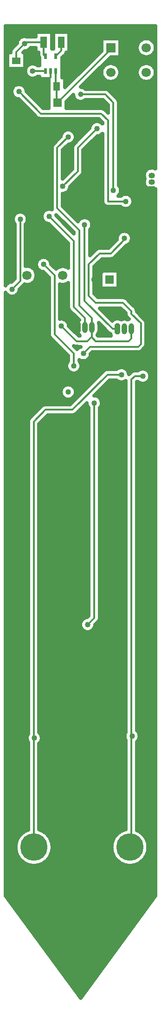
<source format=gbr>
G04 DipTrace 3.0.0.1*
G04 Íèæíèé.gbr*
%MOMM*%
G04 #@! TF.FileFunction,Copper,L2,Bot*
G04 #@! TF.Part,Single*
%AMOUTLINE1*
4,1,8,
-0.5,-0.75,
-0.25,-1.0,
0.25,-1.0,
0.5,-0.75,
0.5,0.75,
0.25,1.0,
-0.25,1.0,
-0.5,0.75,
-0.5,-0.75,
0*%
G04 #@! TA.AperFunction,Conductor*
%ADD13C,0.3*%
G04 #@! TA.AperFunction,CopperBalancing*
%ADD15C,0.635*%
%ADD18R,1.5X1.3*%
%ADD19R,1.3X1.5*%
G04 #@! TA.AperFunction,ComponentPad*
%ADD27O,1.0X2.0*%
%ADD28R,1.524X1.524*%
%ADD29C,1.524*%
%ADD30R,1.15X1.05*%
%ADD31O,1.15X1.05*%
%ADD32R,1.5X1.5*%
%ADD33C,1.5*%
%ADD35R,0.6X1.1*%
G04 #@! TA.AperFunction,ComponentPad*
%ADD36R,1.7X1.7*%
%ADD37C,1.7*%
%ADD38R,1.2X2.0*%
%ADD39C,5.0*%
G04 #@! TA.AperFunction,ViaPad*
%ADD40C,1.0*%
%ADD41C,1.016*%
G04 #@! TA.AperFunction,ComponentPad*
%ADD94OUTLINE1*%
%FSLAX35Y35*%
G04*
G71*
G90*
G75*
G01*
G04 Bottom*
%LPD*%
X2029000Y17500000D2*
D13*
X2015000Y17514000D1*
Y17800000D1*
X2000000Y17815000D1*
Y18075000D1*
X2029000Y17500000D2*
X3000000Y18471000D1*
Y18500000D1*
X1775000Y17500000D2*
X1825000Y17550000D1*
Y17800000D1*
Y17875000D1*
X1905000Y17955000D1*
Y18075000D1*
X1275000D2*
X1225000D1*
X1450000Y17850000D1*
X1800000D1*
X1905000Y17955000D1*
X2721000Y14275000D2*
X3750000Y15304000D1*
Y15925000D1*
X1275000Y18075000D2*
Y18000000D1*
X1100000Y18175000D1*
Y18525000D1*
X1450000Y18875000D1*
X2650000D1*
Y18725000D1*
X3125000Y13375000D2*
X3035000D1*
X2525000Y13885000D1*
Y15275000D1*
X1810000Y18345000D2*
X1780000Y18375000D1*
Y18600000D1*
X1275000Y18265000D2*
Y18425000D1*
X1450000Y18600000D1*
X1780000D1*
X1425000Y18575000D2*
X1275000Y18425000D1*
X2225000Y16875000D2*
X2025000Y16675000D1*
Y15575000D1*
X2425000Y15175000D1*
Y13800000D1*
X2654000Y13571000D1*
Y13400000D1*
X3379000Y13375000D2*
X3375000Y13371000D1*
Y13200000D1*
X3325000Y13150000D1*
X2725000D1*
X2654000Y13221000D1*
Y13229000D1*
Y13400000D1*
X2100000Y13425000D2*
X2375000Y13150000D1*
X2575000D1*
X2654000Y13229000D1*
X2527000Y13400000D2*
Y13573000D1*
X2325000Y13775000D1*
Y14975000D1*
X1875000Y15425000D1*
X1810000Y18075000D2*
X1575000D1*
X1325000Y17700000D2*
X1725000Y17300000D1*
X2825000D1*
X2950000Y17175000D1*
Y15700000D1*
X3275000D1*
X2450000Y17650000D2*
X2900000D1*
X3050000Y17500000D1*
Y15900000D1*
X1200000Y14100000D2*
X1350000Y14250000D1*
Y15375000D1*
X2325000Y12700000D2*
Y12925000D1*
X1975000Y13275000D1*
Y14350000D1*
X1775000Y14550000D1*
X2500000Y12925000D2*
X2625000Y13050000D1*
X3500000D1*
X3550000Y13100000D1*
Y13475000D1*
X3375000Y13650000D1*
Y13700000D1*
X3225000Y13850000D1*
X2725000D1*
X2600000Y13975000D1*
Y14550000D1*
X2800000Y14750000D1*
X3000000D1*
X3250000Y15000000D1*
Y15025000D1*
X2580000Y7985000D2*
X2700000Y8105000D1*
Y12025000D1*
X2125000Y15975000D2*
X2400000Y16250000D1*
Y16675000D1*
X2750000Y17025000D1*
X2000000Y18345000D2*
X2100000Y18445000D1*
Y18600000D1*
X3325000Y4055000D2*
X3375000Y4105000D1*
Y5950000D1*
Y12450000D1*
X3440000Y12515000D1*
X3585000D1*
X3390000Y5950000D2*
X3375000D1*
X1625000Y4010000D2*
X1595000Y4040000D1*
Y5915000D1*
Y11685000D1*
X1810000Y11900000D1*
X2300000D1*
X2940000Y12540000D1*
X3195000D1*
X1605000Y5915000D2*
X1595000D1*
D40*
X2450000Y17650000D3*
D41*
X3050000Y15900000D3*
X1425000Y18575000D3*
X2125000Y15975000D3*
X2750000Y17025000D3*
X1350000Y15375000D3*
X1775000Y14550000D3*
X2225000Y16875000D3*
X1875000Y15425000D3*
X2225000Y12225000D3*
X2525000Y15275000D3*
X2100000Y13425000D3*
X2700000Y12025000D3*
X3250000Y15025000D3*
X2500000Y12925000D3*
X2650000Y18725000D3*
X3275000Y15700000D3*
X1575000Y18075000D3*
X1325000Y17700000D3*
X2325000Y12700000D3*
X1200000Y14100000D3*
X3585000Y12515000D3*
X3195000Y12540000D3*
X1605000Y5915000D3*
X3390000Y5950000D3*
X2580000Y7985000D3*
X2850000Y8275000D3*
Y8575000D3*
Y8425000D3*
Y8125000D3*
Y8875000D3*
Y8725000D3*
Y9175000D3*
Y9475000D3*
Y9325000D3*
Y9025000D3*
Y9775000D3*
Y9625000D3*
Y10075000D3*
Y10375000D3*
Y10225000D3*
Y9925000D3*
Y10675000D3*
Y10525000D3*
Y10975000D3*
Y11275000D3*
Y11125000D3*
Y10825000D3*
Y11575000D3*
Y11425000D3*
Y11725000D3*
X2550000Y8575000D3*
Y8875000D3*
Y8725000D3*
Y8425000D3*
Y9175000D3*
Y9025000D3*
Y9475000D3*
Y9775000D3*
Y9625000D3*
Y9325000D3*
Y10075000D3*
Y9925000D3*
Y10375000D3*
Y10675000D3*
Y10525000D3*
Y10225000D3*
Y10975000D3*
Y10825000D3*
Y11275000D3*
Y11575000D3*
Y11425000D3*
Y11125000D3*
Y11725000D3*
X1088147Y18830083D2*
D15*
X3811917D1*
X1088147Y18766917D2*
X1629340D1*
X2250620D2*
X3811917D1*
X1088147Y18703750D2*
X1377777D1*
X1472233D2*
X1629340D1*
X2250620D2*
X3811917D1*
X1088147Y18640583D2*
X1300577D1*
X2250620D2*
X2824353D1*
X3175660D2*
X3549327D1*
X3750697D2*
X3811917D1*
X1088147Y18577417D2*
X1280613D1*
X2250620D2*
X2824353D1*
X3175660D2*
X3493090D1*
X1088147Y18514250D2*
X1217450D1*
X2250620D2*
X2824353D1*
X3175660D2*
X3474950D1*
X1088147Y18451083D2*
X1172880D1*
X1485177D2*
X1629340D1*
X2250620D2*
X2824353D1*
X3175660D2*
X3481603D1*
X1088147Y18387917D2*
X1109410D1*
X1440607D2*
X1674363D1*
X2187547D2*
X2770120D1*
X3175660D2*
X3516787D1*
X3783237D2*
X3811917D1*
X1088147Y18324750D2*
X1109410D1*
X1440607D2*
X1688037D1*
X2126480D2*
X2706957D1*
X3000477D2*
X3811917D1*
X1088147Y18261583D2*
X1109410D1*
X1440607D2*
X1689403D1*
X2120647D2*
X2643793D1*
X2937313D2*
X3811917D1*
X1088147Y18198417D2*
X1109410D1*
X1440607D2*
X1513673D1*
X1636297D2*
X1689403D1*
X2120647D2*
X2580627D1*
X2874147D2*
X2912217D1*
X3087793D2*
X3562177D1*
X3737753D2*
X3811917D1*
X1088147Y18135250D2*
X1109410D1*
X2120647D2*
X2517463D1*
X2810983D2*
X2847413D1*
X3152600D2*
X3497373D1*
X1088147Y18072083D2*
X1433557D1*
X2120647D2*
X2454300D1*
X2747820D2*
X2825810D1*
X3174200D2*
X3475770D1*
X1088147Y18008917D2*
X1450783D1*
X2120647D2*
X2391137D1*
X2684657D2*
X2829457D1*
X3170553D2*
X3479417D1*
X1088147Y17945750D2*
X1529353D1*
X1620620D2*
X1689403D1*
X2170683D2*
X2327970D1*
X2621493D2*
X2860263D1*
X3139747D2*
X3510223D1*
X3789707D2*
X3811917D1*
X1088147Y17882583D2*
X1859390D1*
X2170683D2*
X2264807D1*
X2558327D2*
X2968543D1*
X3031467D2*
X3618507D1*
X3681427D2*
X3811917D1*
X1088147Y17819417D2*
X1255460D1*
X1394487D2*
X1859390D1*
X2170683D2*
X2201643D1*
X2495163D2*
X3811917D1*
X1088147Y17756250D2*
X1195850D1*
X1454187D2*
X1859390D1*
X2538457D2*
X3811917D1*
X1088147Y17693083D2*
X1183727D1*
X1478707D2*
X1859390D1*
X3003667D2*
X3811917D1*
X1088147Y17629917D2*
X1203140D1*
X1541870D2*
X1863400D1*
X3066830D2*
X3811917D1*
X1088147Y17566750D2*
X1296473D1*
X1605033D2*
X1863400D1*
X2242507D2*
X2338270D1*
X3129813D2*
X3811917D1*
X1088147Y17503583D2*
X1374677D1*
X1668197D2*
X1863400D1*
X2194657D2*
X2899637D1*
X3155607D2*
X3811917D1*
X1088147Y17440417D2*
X1437840D1*
X1731363D2*
X1863400D1*
X2194657D2*
X2944390D1*
X3155607D2*
X3811917D1*
X1088147Y17377250D2*
X1501007D1*
X2893743D2*
X2944390D1*
X3155607D2*
X3811917D1*
X1088147Y17314083D2*
X1564170D1*
X3155607D2*
X3811917D1*
X1088147Y17250917D2*
X1627333D1*
X3155607D2*
X3811917D1*
X1088147Y17187750D2*
X2790447D1*
X3155607D2*
X3811917D1*
X1088147Y17124583D2*
X2652360D1*
X3155607D2*
X3811917D1*
X1088147Y17061417D2*
X2613530D1*
X3155607D2*
X3811917D1*
X1088147Y16998250D2*
X2163363D1*
X2286623D2*
X2576527D1*
X3155607D2*
X3811917D1*
X1088147Y16935083D2*
X2097647D1*
X2352337D2*
X2513270D1*
X3155607D2*
X3811917D1*
X1088147Y16871917D2*
X2075133D1*
X2366373D2*
X2450107D1*
X2743720D2*
X2844403D1*
X3155607D2*
X3811917D1*
X1088147Y16808750D2*
X2011970D1*
X2349057D2*
X2386943D1*
X2680553D2*
X2844403D1*
X3155607D2*
X3811917D1*
X1088147Y16745583D2*
X1948803D1*
X2270123D2*
X2323780D1*
X2617390D2*
X2844403D1*
X3155607D2*
X3811917D1*
X1088147Y16682417D2*
X1919637D1*
X2179160D2*
X2294613D1*
X2554227D2*
X2844403D1*
X3155607D2*
X3811917D1*
X1088147Y16619250D2*
X1919363D1*
X2130670D2*
X2294340D1*
X2505647D2*
X2844403D1*
X3155607D2*
X3811917D1*
X1088147Y16556083D2*
X1919363D1*
X2130670D2*
X2294340D1*
X2505647D2*
X2844403D1*
X3155607D2*
X3811917D1*
X1088147Y16492917D2*
X1919363D1*
X2130670D2*
X2294340D1*
X2505647D2*
X2844403D1*
X3155607D2*
X3811917D1*
X1088147Y16429750D2*
X1919363D1*
X2130670D2*
X2294340D1*
X2505647D2*
X2844403D1*
X3155607D2*
X3811917D1*
X1088147Y16366583D2*
X1919363D1*
X2130670D2*
X2294340D1*
X2505647D2*
X2844403D1*
X3155607D2*
X3811917D1*
X1088147Y16303417D2*
X1919363D1*
X2130670D2*
X2294340D1*
X2505647D2*
X2844403D1*
X3155607D2*
X3691513D1*
X1088147Y16240250D2*
X1919363D1*
X2130670D2*
X2243480D1*
X2505190D2*
X2844403D1*
X3155607D2*
X3618413D1*
X1088147Y16177083D2*
X1919363D1*
X2130670D2*
X2180317D1*
X2473837D2*
X2844403D1*
X3155607D2*
X3601917D1*
X1088147Y16113917D2*
X1919363D1*
X2410670D2*
X2844403D1*
X3155607D2*
X3616227D1*
X1088147Y16050750D2*
X1919363D1*
X2347507D2*
X2844403D1*
X3155607D2*
X3601827D1*
X1088147Y15987583D2*
X1919363D1*
X2284343D2*
X2844403D1*
X3159160D2*
X3616957D1*
X1088147Y15924417D2*
X1919363D1*
X2256637D2*
X2844403D1*
X3189240D2*
X3684403D1*
X1088147Y15861250D2*
X1919363D1*
X2204227D2*
X2844403D1*
X3185777D2*
X3811917D1*
X1088147Y15798083D2*
X1919363D1*
X2130670D2*
X2844403D1*
X3374267D2*
X3811917D1*
X1088147Y15734917D2*
X1919363D1*
X2130670D2*
X2844403D1*
X3411817D2*
X3811917D1*
X1088147Y15671750D2*
X1919363D1*
X2130670D2*
X2848507D1*
X3413457D2*
X3811917D1*
X1088147Y15608583D2*
X1919363D1*
X2138147D2*
X2904923D1*
X3380827D2*
X3811917D1*
X1088147Y15545417D2*
X1807437D1*
X2201310D2*
X3811917D1*
X1088147Y15482250D2*
X1261473D1*
X1438510D2*
X1746280D1*
X2264473D2*
X3811917D1*
X1088147Y15419083D2*
X1215993D1*
X1484083D2*
X1733700D1*
X2327730D2*
X3811917D1*
X1088147Y15355917D2*
X1209887D1*
X1490100D2*
X1752567D1*
X2390893D2*
X2410460D1*
X2639540D2*
X3811917D1*
X1088147Y15292750D2*
X1236500D1*
X1463483D2*
X1841070D1*
X2665243D2*
X3811917D1*
X1088147Y15229583D2*
X1244340D1*
X1455647D2*
X1923650D1*
X2658587D2*
X3811917D1*
X1088147Y15166417D2*
X1244340D1*
X1455647D2*
X1986813D1*
X2630607D2*
X3811917D1*
X1088147Y15103250D2*
X1244340D1*
X1455647D2*
X2049977D1*
X2630607D2*
X3133520D1*
X3366427D2*
X3811917D1*
X1088147Y15040083D2*
X1244340D1*
X1455647D2*
X2113140D1*
X2630607D2*
X3109363D1*
X3390580D2*
X3811917D1*
X1088147Y14976917D2*
X1244340D1*
X1455647D2*
X2176303D1*
X2630607D2*
X3080107D1*
X3382560D2*
X3811917D1*
X1088147Y14913750D2*
X1244340D1*
X1455647D2*
X2219327D1*
X2630607D2*
X3016943D1*
X3332977D2*
X3811917D1*
X1088147Y14850583D2*
X1244340D1*
X1455647D2*
X2219327D1*
X2630607D2*
X2953780D1*
X3247390D2*
X3811917D1*
X1088147Y14787417D2*
X1244340D1*
X1455647D2*
X2219327D1*
X2630607D2*
X2690640D1*
X3184227D2*
X3811917D1*
X1088147Y14724250D2*
X1244340D1*
X1455647D2*
X2219327D1*
X3121063D2*
X3811917D1*
X1088147Y14661083D2*
X1244340D1*
X1455647D2*
X1691773D1*
X1858237D2*
X2219327D1*
X3050517D2*
X3811917D1*
X1088147Y14597917D2*
X1244340D1*
X1455647D2*
X1642373D1*
X1907637D2*
X2219327D1*
X2794670D2*
X3811917D1*
X1088147Y14534750D2*
X1244340D1*
X1455647D2*
X1634443D1*
X1936987D2*
X2219327D1*
X2731503D2*
X3811917D1*
X1088147Y14471583D2*
X1244340D1*
X1599110D2*
X1658687D1*
X2705620D2*
X3811917D1*
X1088147Y14408417D2*
X1244340D1*
X1640217D2*
X1769793D1*
X2705620D2*
X2808127D1*
X3141843D2*
X3811917D1*
X1088147Y14345250D2*
X1244340D1*
X1650607D2*
X1832960D1*
X2705620D2*
X2808127D1*
X3141843D2*
X3811917D1*
X1088147Y14282083D2*
X1235317D1*
X1636387D2*
X1869327D1*
X2705620D2*
X2808127D1*
X3141843D2*
X3811917D1*
X1088147Y14218917D2*
X1129587D1*
X1588447D2*
X1869327D1*
X2705620D2*
X2808127D1*
X3141843D2*
X3811917D1*
X1402507Y14155750D2*
X1869327D1*
X2080633D2*
X2219327D1*
X2705620D2*
X2808127D1*
X3141843D2*
X3811917D1*
X1341257Y14092583D2*
X1869327D1*
X2080633D2*
X2219327D1*
X2705620D2*
X3811917D1*
X1321570Y14029417D2*
X1869327D1*
X2080633D2*
X2219327D1*
X2705620D2*
X3811917D1*
X1088147Y13966250D2*
X1174703D1*
X1225317D2*
X1869327D1*
X2080633D2*
X2219327D1*
X2755477D2*
X3811917D1*
X1088147Y13903083D2*
X1869327D1*
X2080633D2*
X2219327D1*
X3318667D2*
X3811917D1*
X1088147Y13839917D2*
X1869327D1*
X2080633D2*
X2219327D1*
X3381830D2*
X3811917D1*
X1088147Y13776750D2*
X1869327D1*
X2080633D2*
X2219327D1*
X3444993D2*
X3811917D1*
X1088147Y13713583D2*
X1869327D1*
X2080633D2*
X2240653D1*
X2843160D2*
X3214637D1*
X3479720D2*
X3811917D1*
X1088147Y13650417D2*
X1869327D1*
X2080633D2*
X2302817D1*
X2906323D2*
X3269327D1*
X3521373D2*
X3811917D1*
X1088147Y13587250D2*
X1869327D1*
X2080633D2*
X2365980D1*
X2969487D2*
X3291657D1*
X3584540D2*
X3811917D1*
X1088147Y13524083D2*
X1869327D1*
X2198210D2*
X2408637D1*
X3642690D2*
X3811917D1*
X1088147Y13460917D2*
X1869327D1*
X2236583D2*
X2386760D1*
X3655633D2*
X3811917D1*
X1088147Y13397750D2*
X1869327D1*
X2274043D2*
X2386397D1*
X2794670D2*
X2865460D1*
X3655633D2*
X3811917D1*
X1088147Y13334583D2*
X1869327D1*
X2337207D2*
X2387217D1*
X2793757D2*
X2928623D1*
X3655633D2*
X3811917D1*
X1088147Y13271417D2*
X1869417D1*
X2769240D2*
X2989327D1*
X3655633D2*
X3811917D1*
X1088147Y13208250D2*
X1895120D1*
X3655633D2*
X3811917D1*
X1088147Y13145083D2*
X1958193D1*
X3655633D2*
X3811917D1*
X1088147Y13081917D2*
X2021357D1*
X3653993D2*
X3811917D1*
X1088147Y13018750D2*
X2084520D1*
X3615530D2*
X3811917D1*
X1088147Y12955583D2*
X2147687D1*
X3537053D2*
X3811917D1*
X1088147Y12892417D2*
X2210850D1*
X2637443D2*
X3811917D1*
X1088147Y12829250D2*
X2219327D1*
X2601623D2*
X3811917D1*
X1088147Y12766083D2*
X2200823D1*
X2449137D2*
X3811917D1*
X1088147Y12702917D2*
X2183597D1*
X2466453D2*
X3811917D1*
X1088147Y12639750D2*
X2197723D1*
X2452233D2*
X3097517D1*
X3292417D2*
X3526813D1*
X3643147D2*
X3811917D1*
X1088147Y12576583D2*
X2263713D1*
X2386243D2*
X2829820D1*
X3331427D2*
X3354870D1*
X3711597D2*
X3811917D1*
X1088147Y12513417D2*
X2766657D1*
X3726453D2*
X3811917D1*
X1088147Y12450250D2*
X2703493D1*
X3709957D2*
X3811917D1*
X1088147Y12387083D2*
X2640330D1*
X2933850D2*
X3269327D1*
X3480633D2*
X3535197D1*
X3634760D2*
X3811917D1*
X1088147Y12323917D2*
X2126630D1*
X2323353D2*
X2577163D1*
X2870683D2*
X3269327D1*
X3480633D2*
X3811917D1*
X1088147Y12260750D2*
X2088350D1*
X2361637D2*
X2514000D1*
X2807520D2*
X3269327D1*
X3480633D2*
X3811917D1*
X1088147Y12197583D2*
X2086343D1*
X2363640D2*
X2450837D1*
X2744357D2*
X3269327D1*
X3480633D2*
X3811917D1*
X1088147Y12134417D2*
X2118427D1*
X2331557D2*
X2387673D1*
X2785553D2*
X3269327D1*
X3480633D2*
X3811917D1*
X1088147Y12071250D2*
X2324507D1*
X2833313D2*
X3269327D1*
X3480633D2*
X3811917D1*
X1088147Y12008083D2*
X2261343D1*
X2840333D2*
X3269327D1*
X3480633D2*
X3811917D1*
X1088147Y11944917D2*
X1708180D1*
X2491700D2*
X2584820D1*
X2815177D2*
X3269327D1*
X3480633D2*
X3811917D1*
X1088147Y11881750D2*
X1645017D1*
X2428537D2*
X2594390D1*
X2805607D2*
X3269327D1*
X3480633D2*
X3811917D1*
X1088147Y11818583D2*
X1581853D1*
X2363183D2*
X2594390D1*
X2805607D2*
X3269327D1*
X3480633D2*
X3811917D1*
X1088147Y11755417D2*
X1518687D1*
X1812207D2*
X2594390D1*
X2805607D2*
X3269327D1*
X3480633D2*
X3811917D1*
X1088147Y11692250D2*
X1489613D1*
X1749043D2*
X2594390D1*
X2805607D2*
X3269327D1*
X3480633D2*
X3811917D1*
X1088147Y11629083D2*
X1489340D1*
X1700647D2*
X2594390D1*
X2805607D2*
X3269327D1*
X3480633D2*
X3811917D1*
X1088147Y11565917D2*
X1489340D1*
X1700647D2*
X2594390D1*
X2805607D2*
X3269327D1*
X3480633D2*
X3811917D1*
X1088147Y11502750D2*
X1489340D1*
X1700647D2*
X2594390D1*
X2805607D2*
X3269327D1*
X3480633D2*
X3811917D1*
X1088147Y11439583D2*
X1489340D1*
X1700647D2*
X2594390D1*
X2805607D2*
X3269327D1*
X3480633D2*
X3811917D1*
X1088147Y11376417D2*
X1489340D1*
X1700647D2*
X2594390D1*
X2805607D2*
X3269327D1*
X3480633D2*
X3811917D1*
X1088147Y11313250D2*
X1489340D1*
X1700647D2*
X2594390D1*
X2805607D2*
X3269327D1*
X3480633D2*
X3811917D1*
X1088147Y11250083D2*
X1489340D1*
X1700647D2*
X2594390D1*
X2805607D2*
X3269327D1*
X3480633D2*
X3811917D1*
X1088147Y11186917D2*
X1489340D1*
X1700647D2*
X2594390D1*
X2805607D2*
X3269327D1*
X3480633D2*
X3811917D1*
X1088147Y11123750D2*
X1489340D1*
X1700647D2*
X2594390D1*
X2805607D2*
X3269327D1*
X3480633D2*
X3811917D1*
X1088147Y11060583D2*
X1489340D1*
X1700647D2*
X2594390D1*
X2805607D2*
X3269327D1*
X3480633D2*
X3811917D1*
X1088147Y10997417D2*
X1489340D1*
X1700647D2*
X2594390D1*
X2805607D2*
X3269327D1*
X3480633D2*
X3811917D1*
X1088147Y10934250D2*
X1489340D1*
X1700647D2*
X2594390D1*
X2805607D2*
X3269327D1*
X3480633D2*
X3811917D1*
X1088147Y10871083D2*
X1489340D1*
X1700647D2*
X2594390D1*
X2805607D2*
X3269327D1*
X3480633D2*
X3811917D1*
X1088147Y10807917D2*
X1489340D1*
X1700647D2*
X2594390D1*
X2805607D2*
X3269327D1*
X3480633D2*
X3811917D1*
X1088147Y10744750D2*
X1489340D1*
X1700647D2*
X2594390D1*
X2805607D2*
X3269327D1*
X3480633D2*
X3811917D1*
X1088147Y10681583D2*
X1489340D1*
X1700647D2*
X2594390D1*
X2805607D2*
X3269327D1*
X3480633D2*
X3811917D1*
X1088147Y10618417D2*
X1489340D1*
X1700647D2*
X2594390D1*
X2805607D2*
X3269327D1*
X3480633D2*
X3811917D1*
X1088147Y10555250D2*
X1489340D1*
X1700647D2*
X2594390D1*
X2805607D2*
X3269327D1*
X3480633D2*
X3811917D1*
X1088147Y10492083D2*
X1489340D1*
X1700647D2*
X2594390D1*
X2805607D2*
X3269327D1*
X3480633D2*
X3811917D1*
X1088147Y10428917D2*
X1489340D1*
X1700647D2*
X2594390D1*
X2805607D2*
X3269327D1*
X3480633D2*
X3811917D1*
X1088147Y10365750D2*
X1489340D1*
X1700647D2*
X2594390D1*
X2805607D2*
X3269327D1*
X3480633D2*
X3811917D1*
X1088147Y10302583D2*
X1489340D1*
X1700647D2*
X2594390D1*
X2805607D2*
X3269327D1*
X3480633D2*
X3811917D1*
X1088147Y10239417D2*
X1489340D1*
X1700647D2*
X2594390D1*
X2805607D2*
X3269327D1*
X3480633D2*
X3811917D1*
X1088147Y10176250D2*
X1489340D1*
X1700647D2*
X2594390D1*
X2805607D2*
X3269327D1*
X3480633D2*
X3811917D1*
X1088147Y10113083D2*
X1489340D1*
X1700647D2*
X2594390D1*
X2805607D2*
X3269327D1*
X3480633D2*
X3811917D1*
X1088147Y10049917D2*
X1489340D1*
X1700647D2*
X2594390D1*
X2805607D2*
X3269327D1*
X3480633D2*
X3811917D1*
X1088147Y9986750D2*
X1489340D1*
X1700647D2*
X2594390D1*
X2805607D2*
X3269327D1*
X3480633D2*
X3811917D1*
X1088147Y9923583D2*
X1489340D1*
X1700647D2*
X2594390D1*
X2805607D2*
X3269327D1*
X3480633D2*
X3811917D1*
X1088147Y9860417D2*
X1489340D1*
X1700647D2*
X2594390D1*
X2805607D2*
X3269327D1*
X3480633D2*
X3811917D1*
X1088147Y9797250D2*
X1489340D1*
X1700647D2*
X2594390D1*
X2805607D2*
X3269327D1*
X3480633D2*
X3811917D1*
X1088147Y9734083D2*
X1489340D1*
X1700647D2*
X2594390D1*
X2805607D2*
X3269327D1*
X3480633D2*
X3811917D1*
X1088147Y9670917D2*
X1489340D1*
X1700647D2*
X2594390D1*
X2805607D2*
X3269327D1*
X3480633D2*
X3811917D1*
X1088147Y9607750D2*
X1489340D1*
X1700647D2*
X2594390D1*
X2805607D2*
X3269327D1*
X3480633D2*
X3811917D1*
X1088147Y9544583D2*
X1489340D1*
X1700647D2*
X2594390D1*
X2805607D2*
X3269327D1*
X3480633D2*
X3811917D1*
X1088147Y9481417D2*
X1489340D1*
X1700647D2*
X2594390D1*
X2805607D2*
X3269327D1*
X3480633D2*
X3811917D1*
X1088147Y9418250D2*
X1489340D1*
X1700647D2*
X2594390D1*
X2805607D2*
X3269327D1*
X3480633D2*
X3811917D1*
X1088147Y9355083D2*
X1489340D1*
X1700647D2*
X2594390D1*
X2805607D2*
X3269327D1*
X3480633D2*
X3811917D1*
X1088147Y9291917D2*
X1489340D1*
X1700647D2*
X2594390D1*
X2805607D2*
X3269327D1*
X3480633D2*
X3811917D1*
X1088147Y9228750D2*
X1489340D1*
X1700647D2*
X2594390D1*
X2805607D2*
X3269327D1*
X3480633D2*
X3811917D1*
X1088147Y9165583D2*
X1489340D1*
X1700647D2*
X2594390D1*
X2805607D2*
X3269327D1*
X3480633D2*
X3811917D1*
X1088147Y9102417D2*
X1489340D1*
X1700647D2*
X2594390D1*
X2805607D2*
X3269327D1*
X3480633D2*
X3811917D1*
X1088147Y9039250D2*
X1489340D1*
X1700647D2*
X2594390D1*
X2805607D2*
X3269327D1*
X3480633D2*
X3811917D1*
X1088147Y8976083D2*
X1489340D1*
X1700647D2*
X2594390D1*
X2805607D2*
X3269327D1*
X3480633D2*
X3811917D1*
X1088147Y8912917D2*
X1489340D1*
X1700647D2*
X2594390D1*
X2805607D2*
X3269327D1*
X3480633D2*
X3811917D1*
X1088147Y8849750D2*
X1489340D1*
X1700647D2*
X2594390D1*
X2805607D2*
X3269327D1*
X3480633D2*
X3811917D1*
X1088147Y8786583D2*
X1489340D1*
X1700647D2*
X2594390D1*
X2805607D2*
X3269327D1*
X3480633D2*
X3811917D1*
X1088147Y8723417D2*
X1489340D1*
X1700647D2*
X2594390D1*
X2805607D2*
X3269327D1*
X3480633D2*
X3811917D1*
X1088147Y8660250D2*
X1489340D1*
X1700647D2*
X2594390D1*
X2805607D2*
X3269327D1*
X3480633D2*
X3811917D1*
X1088147Y8597083D2*
X1489340D1*
X1700647D2*
X2594390D1*
X2805607D2*
X3269327D1*
X3480633D2*
X3811917D1*
X1088147Y8533917D2*
X1489340D1*
X1700647D2*
X2594390D1*
X2805607D2*
X3269327D1*
X3480633D2*
X3811917D1*
X1088147Y8470750D2*
X1489340D1*
X1700647D2*
X2594390D1*
X2805607D2*
X3269327D1*
X3480633D2*
X3811917D1*
X1088147Y8407583D2*
X1489340D1*
X1700647D2*
X2594390D1*
X2805607D2*
X3269327D1*
X3480633D2*
X3811917D1*
X1088147Y8344417D2*
X1489340D1*
X1700647D2*
X2594390D1*
X2805607D2*
X3269327D1*
X3480633D2*
X3811917D1*
X1088147Y8281250D2*
X1489340D1*
X1700647D2*
X2594390D1*
X2805607D2*
X3269327D1*
X3480633D2*
X3811917D1*
X1088147Y8218083D2*
X1489340D1*
X1700647D2*
X2594390D1*
X2805607D2*
X3269327D1*
X3480633D2*
X3811917D1*
X1088147Y8154917D2*
X1489340D1*
X1700647D2*
X2594390D1*
X2805607D2*
X3269327D1*
X3480633D2*
X3811917D1*
X1088147Y8091750D2*
X1489340D1*
X1700647D2*
X2490850D1*
X2804787D2*
X3269327D1*
X3480633D2*
X3811917D1*
X1088147Y8028583D2*
X1489340D1*
X1700647D2*
X2445823D1*
X2770333D2*
X3269327D1*
X3480633D2*
X3811917D1*
X1088147Y7965417D2*
X1489340D1*
X1700647D2*
X2439990D1*
X2720020D2*
X3269327D1*
X3480633D2*
X3811917D1*
X1088147Y7902250D2*
X1489340D1*
X1700647D2*
X2466877D1*
X2693133D2*
X3269327D1*
X3480633D2*
X3811917D1*
X1088147Y7839083D2*
X1489340D1*
X1700647D2*
X3269327D1*
X3480633D2*
X3811917D1*
X1088147Y7775917D2*
X1489340D1*
X1700647D2*
X3269327D1*
X3480633D2*
X3811917D1*
X1088147Y7712750D2*
X1489340D1*
X1700647D2*
X3269327D1*
X3480633D2*
X3811917D1*
X1088147Y7649583D2*
X1489340D1*
X1700647D2*
X3269327D1*
X3480633D2*
X3811917D1*
X1088147Y7586417D2*
X1489340D1*
X1700647D2*
X3269327D1*
X3480633D2*
X3811917D1*
X1088147Y7523250D2*
X1489340D1*
X1700647D2*
X3269327D1*
X3480633D2*
X3811917D1*
X1088147Y7460083D2*
X1489340D1*
X1700647D2*
X3269327D1*
X3480633D2*
X3811917D1*
X1088147Y7396917D2*
X1489340D1*
X1700647D2*
X3269327D1*
X3480633D2*
X3811917D1*
X1088147Y7333750D2*
X1489340D1*
X1700647D2*
X3269327D1*
X3480633D2*
X3811917D1*
X1088147Y7270583D2*
X1489340D1*
X1700647D2*
X3269327D1*
X3480633D2*
X3811917D1*
X1088147Y7207417D2*
X1489340D1*
X1700647D2*
X3269327D1*
X3480633D2*
X3811917D1*
X1088147Y7144250D2*
X1489340D1*
X1700647D2*
X3269327D1*
X3480633D2*
X3811917D1*
X1088147Y7081083D2*
X1489340D1*
X1700647D2*
X3269327D1*
X3480633D2*
X3811917D1*
X1088147Y7017917D2*
X1489340D1*
X1700647D2*
X3269327D1*
X3480633D2*
X3811917D1*
X1088147Y6954750D2*
X1489340D1*
X1700647D2*
X3269327D1*
X3480633D2*
X3811917D1*
X1088147Y6891583D2*
X1489340D1*
X1700647D2*
X3269327D1*
X3480633D2*
X3811917D1*
X1088147Y6828417D2*
X1489340D1*
X1700647D2*
X3269327D1*
X3480633D2*
X3811917D1*
X1088147Y6765250D2*
X1489340D1*
X1700647D2*
X3269327D1*
X3480633D2*
X3811917D1*
X1088147Y6702083D2*
X1489340D1*
X1700647D2*
X3269327D1*
X3480633D2*
X3811917D1*
X1088147Y6638917D2*
X1489340D1*
X1700647D2*
X3269327D1*
X3480633D2*
X3811917D1*
X1088147Y6575750D2*
X1489340D1*
X1700647D2*
X3269327D1*
X3480633D2*
X3811917D1*
X1088147Y6512583D2*
X1489340D1*
X1700647D2*
X3269327D1*
X3480633D2*
X3811917D1*
X1088147Y6449417D2*
X1489340D1*
X1700647D2*
X3269327D1*
X3480633D2*
X3811917D1*
X1088147Y6386250D2*
X1489340D1*
X1700647D2*
X3269327D1*
X3480633D2*
X3811917D1*
X1088147Y6323083D2*
X1489340D1*
X1700647D2*
X3269327D1*
X3480633D2*
X3811917D1*
X1088147Y6259917D2*
X1489340D1*
X1700647D2*
X3269327D1*
X3480633D2*
X3811917D1*
X1088147Y6196750D2*
X1489340D1*
X1700647D2*
X3269327D1*
X3480633D2*
X3811917D1*
X1088147Y6133583D2*
X1489340D1*
X1700647D2*
X3269327D1*
X3480633D2*
X3811917D1*
X1088147Y6070417D2*
X1489340D1*
X1700647D2*
X3269327D1*
X3480633D2*
X3811917D1*
X1088147Y6007250D2*
X1489340D1*
X1710033D2*
X3261303D1*
X3518730D2*
X3811917D1*
X1088147Y5944083D2*
X1466733D1*
X1743303D2*
X3248727D1*
X3531310D2*
X3811917D1*
X1088147Y5880917D2*
X1467920D1*
X1742027D2*
X3267593D1*
X3512443D2*
X3811917D1*
X1088147Y5817750D2*
X1489340D1*
X1705113D2*
X3269327D1*
X3480633D2*
X3811917D1*
X1088147Y5754583D2*
X1489340D1*
X1700647D2*
X3269327D1*
X3480633D2*
X3811917D1*
X1088147Y5691417D2*
X1489340D1*
X1700647D2*
X3269327D1*
X3480633D2*
X3811917D1*
X1088147Y5628250D2*
X1489340D1*
X1700647D2*
X3269327D1*
X3480633D2*
X3811917D1*
X1088147Y5565083D2*
X1489340D1*
X1700647D2*
X3269327D1*
X3480633D2*
X3811917D1*
X1088147Y5501917D2*
X1489340D1*
X1700647D2*
X3269327D1*
X3480633D2*
X3811917D1*
X1088147Y5438750D2*
X1489340D1*
X1700647D2*
X3269327D1*
X3480633D2*
X3811917D1*
X1088147Y5375583D2*
X1489340D1*
X1700647D2*
X3269327D1*
X3480633D2*
X3811917D1*
X1088147Y5312417D2*
X1489340D1*
X1700647D2*
X3269327D1*
X3480633D2*
X3811917D1*
X1088147Y5249250D2*
X1489340D1*
X1700647D2*
X3269327D1*
X3480633D2*
X3811917D1*
X1088147Y5186083D2*
X1489340D1*
X1700647D2*
X3269327D1*
X3480633D2*
X3811917D1*
X1088147Y5122917D2*
X1489340D1*
X1700647D2*
X3269327D1*
X3480633D2*
X3811917D1*
X1088147Y5059750D2*
X1489340D1*
X1700647D2*
X3269327D1*
X3480633D2*
X3811917D1*
X1088147Y4996583D2*
X1489340D1*
X1700647D2*
X3269327D1*
X3480633D2*
X3811917D1*
X1088147Y4933417D2*
X1489340D1*
X1700647D2*
X3269327D1*
X3480633D2*
X3811917D1*
X1088147Y4870250D2*
X1489340D1*
X1700647D2*
X3269327D1*
X3480633D2*
X3811917D1*
X1088147Y4807083D2*
X1489340D1*
X1700647D2*
X3269327D1*
X3480633D2*
X3811917D1*
X1088147Y4743917D2*
X1489340D1*
X1700647D2*
X3269327D1*
X3480633D2*
X3811917D1*
X1088147Y4680750D2*
X1489340D1*
X1700647D2*
X3269327D1*
X3480633D2*
X3811917D1*
X1088147Y4617583D2*
X1489340D1*
X1700647D2*
X3269327D1*
X3480633D2*
X3811917D1*
X1088147Y4554417D2*
X1489340D1*
X1700647D2*
X3269327D1*
X3480633D2*
X3811917D1*
X1088147Y4491250D2*
X1489340D1*
X1700647D2*
X3269327D1*
X3480633D2*
X3811917D1*
X1088147Y4428083D2*
X1489340D1*
X1700647D2*
X3269327D1*
X3480633D2*
X3811917D1*
X1088147Y4364917D2*
X1489340D1*
X1700647D2*
X3269327D1*
X3480633D2*
X3811917D1*
X1088147Y4301750D2*
X1489340D1*
X1700647D2*
X3269327D1*
X3480633D2*
X3811917D1*
X1088147Y4238583D2*
X1477853D1*
X1722157D2*
X3227853D1*
X3480633D2*
X3811917D1*
X1088147Y4175417D2*
X1372217D1*
X1827793D2*
X3122217D1*
X3577793D2*
X3811917D1*
X1088147Y4112250D2*
X1316710D1*
X1883303D2*
X3066710D1*
X3633303D2*
X3811917D1*
X1088147Y4049083D2*
X1283257D1*
X1916753D2*
X3033257D1*
X3666753D2*
X3811917D1*
X1088147Y3985917D2*
X1264937D1*
X1935073D2*
X3014937D1*
X3685073D2*
X3811917D1*
X1088147Y3922750D2*
X1259377D1*
X1940633D2*
X3009377D1*
X3690633D2*
X3811917D1*
X1088147Y3859583D2*
X1265850D1*
X1934160D2*
X3015850D1*
X3684160D2*
X3811917D1*
X1088147Y3796417D2*
X1285080D1*
X1914930D2*
X3035080D1*
X3664930D2*
X3811917D1*
X1088147Y3733250D2*
X1319807D1*
X1880203D2*
X3069807D1*
X3630203D2*
X3811917D1*
X1088147Y3670083D2*
X1377413D1*
X1822600D2*
X3127413D1*
X3572600D2*
X3811917D1*
X1088147Y3606917D2*
X1490797D1*
X1709213D2*
X3240797D1*
X3459213D2*
X3811917D1*
X1088147Y3543750D2*
X3811917D1*
X1088147Y3480583D2*
X3811917D1*
X1088147Y3417417D2*
X3811917D1*
X1088147Y3354250D2*
X3811917D1*
X1088147Y3291083D2*
X3811917D1*
X1088147Y3227917D2*
X3811917D1*
X1088147Y3164750D2*
X3811917D1*
X1088147Y3101583D2*
X3811917D1*
X1088147Y3038417D2*
X3811917D1*
X1132443Y2975250D2*
X3767530D1*
X1179017Y2912083D2*
X3721043D1*
X1225503Y2848917D2*
X3674470D1*
X1272077Y2785750D2*
X3627893D1*
X1318653Y2722583D2*
X3581410D1*
X1365137Y2659417D2*
X3534833D1*
X1411713Y2596250D2*
X3488257D1*
X1458290Y2533083D2*
X3441773D1*
X1504773Y2469917D2*
X3395197D1*
X1551350Y2406750D2*
X3348623D1*
X1597923Y2343583D2*
X3302137D1*
X1644410Y2280417D2*
X3255563D1*
X1690983Y2217250D2*
X3208987D1*
X1737560Y2154083D2*
X3162503D1*
X1784043Y2090917D2*
X3115927D1*
X1830620Y2027750D2*
X3069353D1*
X1877103Y1964583D2*
X3022867D1*
X1923680Y1901417D2*
X2976293D1*
X1970253Y1838250D2*
X2929807D1*
X2016740Y1775083D2*
X2883233D1*
X2063313Y1711917D2*
X2836657D1*
X2109890Y1648750D2*
X2790173D1*
X2156373Y1585583D2*
X2743597D1*
X2202950Y1522417D2*
X2697020D1*
X2249527Y1459250D2*
X2650537D1*
X2296010Y1396083D2*
X2603960D1*
X2342587Y1332917D2*
X2557387D1*
X2389160Y1269750D2*
X2510900D1*
X2435647Y1206583D2*
X2464327D1*
X1139043Y18414290D2*
X1175777D1*
X1176017Y18432790D1*
X1178453Y18448180D1*
X1183267Y18462997D1*
X1190340Y18476880D1*
X1199500Y18489483D1*
X1287287Y18577703D1*
X1290057Y18580477D1*
X1291573Y18596133D1*
X1296523Y18616747D1*
X1304633Y18636330D1*
X1315710Y18654403D1*
X1329477Y18670523D1*
X1345597Y18684290D1*
X1363670Y18695367D1*
X1383253Y18703477D1*
X1403867Y18708427D1*
X1425000Y18710090D1*
X1446133Y18708427D1*
X1466747Y18703477D1*
X1477787Y18699303D1*
X1635663Y18699290D1*
X1635710Y18784290D1*
X1924290D1*
Y18484330D1*
X1955800Y18484290D1*
X1955710Y18784290D1*
X2244290D1*
Y18415710D1*
X2194800D1*
X2188467Y18399923D1*
X2180327Y18386640D1*
X2170187Y18374770D1*
X2114330Y18318913D1*
X2114290Y17959353D1*
X2164290Y17959290D1*
Y17775630D1*
X2830733Y18442150D1*
X2830710Y18669290D1*
X3169290D1*
Y18330710D1*
X3000213D1*
X2453617Y17784200D1*
X2471007Y17782637D1*
X2491497Y17777717D1*
X2510967Y17769653D1*
X2528933Y17758643D1*
X2540270Y17749290D1*
X2907790Y17748983D1*
X2923180Y17746547D1*
X2937997Y17741733D1*
X2951880Y17734660D1*
X2964483Y17725500D1*
X3052703Y17637713D1*
X3125500Y17564483D1*
X3134660Y17551880D1*
X3141733Y17537997D1*
X3146547Y17523180D1*
X3148983Y17507790D1*
X3149290Y17383333D1*
Y15991627D1*
X3159290Y15979403D1*
X3170367Y15961330D1*
X3178477Y15941747D1*
X3183427Y15921133D1*
X3185090Y15900000D1*
X3183427Y15878867D1*
X3178477Y15858253D1*
X3170367Y15838670D1*
X3159290Y15820597D1*
X3145523Y15804477D1*
X3139893Y15799273D1*
X3183423Y15799290D1*
X3195597Y15809290D1*
X3213670Y15820367D1*
X3233253Y15828477D1*
X3253867Y15833427D1*
X3275000Y15835090D1*
X3296133Y15833427D1*
X3316747Y15828477D1*
X3336330Y15820367D1*
X3354403Y15809290D1*
X3370523Y15795523D1*
X3384290Y15779403D1*
X3395367Y15761330D1*
X3403477Y15741747D1*
X3408427Y15721133D1*
X3410090Y15700000D1*
X3408427Y15678867D1*
X3403477Y15658253D1*
X3395367Y15638670D1*
X3384290Y15620597D1*
X3370523Y15604477D1*
X3354403Y15590710D1*
X3336330Y15579633D1*
X3316747Y15571523D1*
X3296133Y15566573D1*
X3275000Y15564910D1*
X3253867Y15566573D1*
X3233253Y15571523D1*
X3213670Y15579633D1*
X3195597Y15590710D1*
X3183523Y15600737D1*
X2942210Y15601017D1*
X2926820Y15603453D1*
X2912003Y15608267D1*
X2898120Y15615340D1*
X2885517Y15624500D1*
X2874500Y15635517D1*
X2865340Y15648120D1*
X2858267Y15662003D1*
X2853453Y15676820D1*
X2851017Y15692210D1*
X2850710Y15816667D1*
Y16934933D1*
X2837733Y16922277D1*
X2820583Y16909817D1*
X2801697Y16900193D1*
X2781537Y16893643D1*
X2760600Y16890327D1*
X2755507Y16890127D1*
X2499313Y16633897D1*
X2498983Y16242210D1*
X2496547Y16226820D1*
X2491733Y16212003D1*
X2484660Y16198120D1*
X2475500Y16185517D1*
X2387713Y16097297D1*
X2260037Y15969620D1*
X2258427Y15953867D1*
X2253477Y15933253D1*
X2245367Y15913670D1*
X2234290Y15895597D1*
X2220523Y15879477D1*
X2204403Y15865710D1*
X2186330Y15854633D1*
X2166747Y15846523D1*
X2146133Y15841573D1*
X2124297Y15839937D1*
X2124290Y15616160D1*
X2404633Y15336330D1*
X2415710Y15354403D1*
X2429477Y15370523D1*
X2445597Y15384290D1*
X2463670Y15395367D1*
X2483253Y15403477D1*
X2503867Y15408427D1*
X2525000Y15410090D1*
X2546133Y15408427D1*
X2566747Y15403477D1*
X2586330Y15395367D1*
X2604403Y15384290D1*
X2620523Y15370523D1*
X2634290Y15354403D1*
X2645367Y15336330D1*
X2653477Y15316747D1*
X2658427Y15296133D1*
X2660090Y15275000D1*
X2658427Y15253867D1*
X2653477Y15233253D1*
X2645367Y15213670D1*
X2634290Y15195597D1*
X2624263Y15183523D1*
X2624290Y14714727D1*
X2735517Y14825500D1*
X2748120Y14834660D1*
X2762003Y14841733D1*
X2776820Y14846547D1*
X2792210Y14848983D1*
X2916667Y14849290D1*
X2958867D1*
X3116117Y15006533D1*
X3114910Y15025000D1*
X3116573Y15046133D1*
X3121523Y15066747D1*
X3129633Y15086330D1*
X3140710Y15104403D1*
X3154477Y15120523D1*
X3170597Y15134290D1*
X3188670Y15145367D1*
X3208253Y15153477D1*
X3228867Y15158427D1*
X3250000Y15160090D1*
X3271133Y15158427D1*
X3291747Y15153477D1*
X3311330Y15145367D1*
X3329403Y15134290D1*
X3345523Y15120523D1*
X3359290Y15104403D1*
X3370367Y15086330D1*
X3378477Y15066747D1*
X3383427Y15046133D1*
X3385090Y15025000D1*
X3383427Y15003867D1*
X3378477Y14983253D1*
X3370367Y14963670D1*
X3359290Y14945597D1*
X3345523Y14929477D1*
X3329403Y14915710D1*
X3311330Y14904633D1*
X3291747Y14896523D1*
X3285087Y14894643D1*
X3064483Y14674500D1*
X3051880Y14665340D1*
X3037997Y14658267D1*
X3023180Y14653453D1*
X3007790Y14651017D1*
X2883333Y14650710D1*
X2841133D1*
X2699353Y14508933D1*
X2699290Y14016160D1*
X2766173Y13949243D1*
X3232790Y13948983D1*
X3248180Y13946547D1*
X3262997Y13941733D1*
X3276880Y13934660D1*
X3289483Y13925500D1*
X3377703Y13837713D1*
X3450500Y13764483D1*
X3459660Y13751880D1*
X3466733Y13737997D1*
X3471547Y13723180D1*
X3473983Y13707790D1*
X3474290Y13699970D1*
X3478207Y13687210D1*
X3625500Y13539483D1*
X3634660Y13526880D1*
X3641733Y13512997D1*
X3646547Y13498180D1*
X3648983Y13482790D1*
X3649290Y13358333D1*
X3648983Y13092210D1*
X3646547Y13076820D1*
X3641733Y13062003D1*
X3634660Y13048120D1*
X3625500Y13035517D1*
X3570210Y12979790D1*
X3558360Y12969673D1*
X3545077Y12961530D1*
X3530683Y12955570D1*
X3515533Y12951933D1*
X3499970Y12950710D1*
X2666107D1*
X2634947Y12919530D1*
X2633427Y12903867D1*
X2628477Y12883253D1*
X2620367Y12863670D1*
X2609290Y12845597D1*
X2595523Y12829477D1*
X2579403Y12815710D1*
X2561330Y12804633D1*
X2541747Y12796523D1*
X2521133Y12791573D1*
X2500000Y12789910D1*
X2478867Y12791573D1*
X2458253Y12796523D1*
X2438670Y12804633D1*
X2424283Y12813247D1*
X2424290Y12791653D1*
X2434290Y12779403D1*
X2445367Y12761330D1*
X2453477Y12741747D1*
X2458427Y12721133D1*
X2460090Y12700000D1*
X2458427Y12678867D1*
X2453477Y12658253D1*
X2445367Y12638670D1*
X2434290Y12620597D1*
X2420523Y12604477D1*
X2404403Y12590710D1*
X2386330Y12579633D1*
X2366747Y12571523D1*
X2346133Y12566573D1*
X2325000Y12564910D1*
X2303867Y12566573D1*
X2283253Y12571523D1*
X2263670Y12579633D1*
X2245597Y12590710D1*
X2229477Y12604477D1*
X2215710Y12620597D1*
X2204633Y12638670D1*
X2196523Y12658253D1*
X2191573Y12678867D1*
X2189910Y12700000D1*
X2191573Y12721133D1*
X2196523Y12741747D1*
X2204633Y12761330D1*
X2215710Y12779403D1*
X2225737Y12791477D1*
X2225710Y12883840D1*
X1899500Y13210517D1*
X1890340Y13223120D1*
X1883267Y13237003D1*
X1878453Y13251820D1*
X1876017Y13267210D1*
X1875710Y13391667D1*
Y14308867D1*
X1769510Y14415070D1*
X1753867Y14416573D1*
X1733253Y14421523D1*
X1713670Y14429633D1*
X1695597Y14440710D1*
X1679477Y14454477D1*
X1665710Y14470597D1*
X1654633Y14488670D1*
X1646523Y14508253D1*
X1641573Y14528867D1*
X1639910Y14550000D1*
X1641573Y14571133D1*
X1646523Y14591747D1*
X1654633Y14611330D1*
X1665710Y14629403D1*
X1679477Y14645523D1*
X1695597Y14659290D1*
X1713670Y14670367D1*
X1733253Y14678477D1*
X1753867Y14683427D1*
X1775000Y14685090D1*
X1796133Y14683427D1*
X1816747Y14678477D1*
X1836330Y14670367D1*
X1854403Y14659290D1*
X1870523Y14645523D1*
X1884290Y14629403D1*
X1895367Y14611330D1*
X1903477Y14591747D1*
X1908427Y14571133D1*
X1909873Y14555507D1*
X2000597Y14464820D1*
X2015053Y14478730D1*
X2036547Y14494343D1*
X2060217Y14506403D1*
X2085480Y14514613D1*
X2111717Y14518767D1*
X2138283D1*
X2164520Y14514613D1*
X2189783Y14506403D1*
X2213453Y14494343D1*
X2225690Y14486027D1*
X2225710Y14933920D1*
X1869573Y15290007D1*
X1853867Y15291573D1*
X1833253Y15296523D1*
X1813670Y15304633D1*
X1795597Y15315710D1*
X1779477Y15329477D1*
X1765710Y15345597D1*
X1754633Y15363670D1*
X1746523Y15383253D1*
X1741573Y15403867D1*
X1739910Y15425000D1*
X1741573Y15446133D1*
X1746523Y15466747D1*
X1754633Y15486330D1*
X1765710Y15504403D1*
X1779477Y15520523D1*
X1795597Y15534290D1*
X1813670Y15545367D1*
X1833253Y15553477D1*
X1853867Y15558427D1*
X1875000Y15560090D1*
X1896133Y15558427D1*
X1916747Y15553477D1*
X1929293Y15548610D1*
X1926017Y15567210D1*
X1925710Y15691667D1*
X1926017Y16682790D1*
X1928453Y16698180D1*
X1933267Y16712997D1*
X1940340Y16726880D1*
X1949500Y16739483D1*
X2037287Y16827703D1*
X2090070Y16880490D1*
X2091573Y16896133D1*
X2096523Y16916747D1*
X2104633Y16936330D1*
X2115710Y16954403D1*
X2129477Y16970523D1*
X2145597Y16984290D1*
X2163670Y16995367D1*
X2183253Y17003477D1*
X2203867Y17008427D1*
X2225000Y17010090D1*
X2246133Y17008427D1*
X2266747Y17003477D1*
X2286330Y16995367D1*
X2304403Y16984290D1*
X2320523Y16970523D1*
X2334290Y16954403D1*
X2345367Y16936330D1*
X2353477Y16916747D1*
X2358427Y16896133D1*
X2360090Y16875000D1*
X2358427Y16853867D1*
X2353477Y16833253D1*
X2345367Y16813670D1*
X2334290Y16795597D1*
X2320523Y16779477D1*
X2304403Y16765710D1*
X2286330Y16754633D1*
X2266747Y16746523D1*
X2246133Y16741573D1*
X2230507Y16740127D1*
X2124353Y16633933D1*
X2124290Y16114727D1*
X2300667Y16291083D1*
X2301017Y16682790D1*
X2303453Y16698180D1*
X2308267Y16712997D1*
X2315340Y16726880D1*
X2324500Y16739483D1*
X2412287Y16827703D1*
X2614983Y17030400D1*
X2616573Y17046133D1*
X2621523Y17066747D1*
X2629633Y17086330D1*
X2640710Y17104403D1*
X2654477Y17120523D1*
X2670597Y17134290D1*
X2688670Y17145367D1*
X2708253Y17153477D1*
X2728867Y17158427D1*
X2750000Y17160090D1*
X2771133Y17158427D1*
X2791747Y17153477D1*
X2811330Y17145367D1*
X2829403Y17134290D1*
X2845523Y17120523D1*
X2850727Y17114893D1*
X2850710Y17133817D1*
X2783827Y17200757D1*
X1717210Y17201017D1*
X1701820Y17203453D1*
X1687003Y17208267D1*
X1673120Y17215340D1*
X1660517Y17224500D1*
X1572297Y17312287D1*
X1319587Y17564993D1*
X1303867Y17566573D1*
X1283253Y17571523D1*
X1263670Y17579633D1*
X1245597Y17590710D1*
X1229477Y17604477D1*
X1215710Y17620597D1*
X1204633Y17638670D1*
X1196523Y17658253D1*
X1191573Y17678867D1*
X1189910Y17700000D1*
X1191573Y17721133D1*
X1196523Y17741747D1*
X1204633Y17761330D1*
X1215710Y17779403D1*
X1229477Y17795523D1*
X1245597Y17809290D1*
X1263670Y17820367D1*
X1283253Y17828477D1*
X1303867Y17833427D1*
X1325000Y17835090D1*
X1346133Y17833427D1*
X1366747Y17828477D1*
X1386330Y17820367D1*
X1404403Y17809290D1*
X1420523Y17795523D1*
X1434290Y17779403D1*
X1445367Y17761330D1*
X1453477Y17741747D1*
X1458427Y17721133D1*
X1459873Y17705507D1*
X1766117Y17399300D1*
X1869650Y17399290D1*
X1869710Y17640670D1*
X1865710Y17640710D1*
Y17935750D1*
X1695710Y17935710D1*
Y17975723D1*
X1666627Y17975710D1*
X1654403Y17965710D1*
X1636330Y17954633D1*
X1616747Y17946523D1*
X1596133Y17941573D1*
X1575000Y17939910D1*
X1553867Y17941573D1*
X1533253Y17946523D1*
X1513670Y17954633D1*
X1495597Y17965710D1*
X1479477Y17979477D1*
X1465710Y17995597D1*
X1454633Y18013670D1*
X1446523Y18033253D1*
X1441573Y18053867D1*
X1439910Y18075000D1*
X1441573Y18096133D1*
X1446523Y18116747D1*
X1454633Y18136330D1*
X1465710Y18154403D1*
X1479477Y18170523D1*
X1495597Y18184290D1*
X1513670Y18195367D1*
X1533253Y18203477D1*
X1553867Y18208427D1*
X1575000Y18210090D1*
X1596133Y18208427D1*
X1616747Y18203477D1*
X1636330Y18195367D1*
X1654403Y18184290D1*
X1666477Y18174263D1*
X1695767Y18174290D1*
X1695710Y18322467D1*
X1688267Y18337003D1*
X1683453Y18351820D1*
X1681017Y18367210D1*
X1680710Y18415743D1*
X1635710Y18415710D1*
Y18500750D1*
X1537827Y18500710D1*
X1527723Y18487267D1*
X1512733Y18472277D1*
X1495583Y18459817D1*
X1476697Y18450193D1*
X1456537Y18443643D1*
X1435600Y18440327D1*
X1430507Y18440127D1*
X1404650Y18414233D1*
X1434290Y18414290D1*
Y18115710D1*
X1115710D1*
Y18414290D1*
X1139043D1*
X2392710Y13449960D2*
X2394363Y13471007D1*
X2399283Y13491497D1*
X2407347Y13510967D1*
X2418357Y13528933D1*
X2423790Y13535823D1*
X2249500Y13710517D1*
X2240340Y13723120D1*
X2233267Y13737003D1*
X2228453Y13751820D1*
X2226017Y13767210D1*
X2225710Y13891667D1*
Y14213867D1*
X2201857Y14199160D1*
X2177313Y14188997D1*
X2151483Y14182793D1*
X2125000Y14180710D1*
X2098517Y14182793D1*
X2074337Y14188530D1*
X2074290Y13557670D1*
X2089400Y13559673D1*
X2110600D1*
X2131537Y13556357D1*
X2151697Y13549807D1*
X2170583Y13540183D1*
X2187733Y13527723D1*
X2202723Y13512733D1*
X2215183Y13495583D1*
X2224807Y13476697D1*
X2231357Y13456537D1*
X2234673Y13435600D1*
X2234873Y13430507D1*
X2416083Y13249333D1*
X2438163Y13249290D1*
X2424887Y13262787D1*
X2412500Y13279833D1*
X2402933Y13298610D1*
X2396420Y13318650D1*
X2393123Y13339463D1*
X2392710Y13420000D1*
Y13449817D1*
X2783137Y13486463D2*
X2786637Y13471007D1*
X2788290Y13450000D1*
X2787877Y13339463D1*
X2784580Y13318650D1*
X2778067Y13298610D1*
X2768500Y13279833D1*
X2756113Y13262787D1*
X2754467Y13261000D1*
X2766167Y13249253D1*
X3007643Y13249290D1*
X2999897Y13261733D1*
X2994837Y13273953D1*
X2993033Y13280347D1*
X2989923Y13286533D1*
X2976640Y13294673D1*
X2964790Y13304790D1*
X2783237Y13486347D1*
X2837843Y14435490D2*
X3135490D1*
Y14114510D1*
X2814510D1*
Y14435490D1*
X2837843D1*
X3745043Y15913210D2*
X3723600Y15914893D1*
X3702730Y15919903D1*
X3682900Y15928120D1*
X3664597Y15939333D1*
X3648273Y15953273D1*
X3634333Y15969597D1*
X3623120Y15987900D1*
X3614903Y16007730D1*
X3609893Y16028600D1*
X3608210Y16050000D1*
X3609893Y16071400D1*
X3614903Y16092270D1*
X3623343Y16112503D1*
X3614903Y16132730D1*
X3609893Y16153600D1*
X3608210Y16175000D1*
X3609893Y16196400D1*
X3614903Y16217270D1*
X3623120Y16237100D1*
X3634333Y16255403D1*
X3648273Y16271727D1*
X3664597Y16285667D1*
X3682900Y16296880D1*
X3702730Y16305097D1*
X3723600Y16310107D1*
X3745043Y16311790D1*
X3765733Y16311367D1*
X3786933Y16308010D1*
X3807347Y16301377D1*
X3818237Y16296247D1*
X3818250Y18031340D1*
X3814613Y18010480D1*
X3806403Y17985217D1*
X3794343Y17961547D1*
X3778730Y17940053D1*
X3759947Y17921270D1*
X3738453Y17905657D1*
X3714783Y17893597D1*
X3689520Y17885387D1*
X3663283Y17881233D1*
X3636717D1*
X3610480Y17885387D1*
X3585217Y17893597D1*
X3561547Y17905657D1*
X3540053Y17921270D1*
X3521270Y17940053D1*
X3505657Y17961547D1*
X3493597Y17985217D1*
X3485387Y18010480D1*
X3481233Y18036717D1*
Y18063283D1*
X3485387Y18089520D1*
X3493597Y18114783D1*
X3505657Y18138453D1*
X3521270Y18159947D1*
X3540053Y18178730D1*
X3561547Y18194343D1*
X3585217Y18206403D1*
X3610480Y18214613D1*
X3636717Y18218767D1*
X3663283D1*
X3689520Y18214613D1*
X3714783Y18206403D1*
X3738453Y18194343D1*
X3759947Y18178730D1*
X3778730Y18159947D1*
X3794343Y18138453D1*
X3806403Y18114783D1*
X3814613Y18089520D1*
X3818250Y18067667D1*
Y18481237D1*
X3814613Y18460480D1*
X3806403Y18435217D1*
X3794343Y18411547D1*
X3778730Y18390053D1*
X3759947Y18371270D1*
X3738453Y18355657D1*
X3714783Y18343597D1*
X3689520Y18335387D1*
X3663283Y18331233D1*
X3636717D1*
X3610480Y18335387D1*
X3585217Y18343597D1*
X3561547Y18355657D1*
X3540053Y18371270D1*
X3521270Y18390053D1*
X3505657Y18411547D1*
X3493597Y18435217D1*
X3485387Y18460480D1*
X3481233Y18486717D1*
Y18513283D1*
X3485387Y18539520D1*
X3493597Y18564783D1*
X3505657Y18588453D1*
X3521270Y18609947D1*
X3540053Y18628730D1*
X3561547Y18644343D1*
X3585217Y18656403D1*
X3610480Y18664613D1*
X3636717Y18668767D1*
X3663283D1*
X3689520Y18664613D1*
X3714783Y18656403D1*
X3738453Y18644343D1*
X3759947Y18628730D1*
X3778730Y18609947D1*
X3794343Y18588453D1*
X3806403Y18564783D1*
X3814613Y18539520D1*
X3818250Y18517667D1*
Y18893217D1*
X1081810Y18893250D1*
X1081750Y14165273D1*
X1090710Y14179403D1*
X1104477Y14195523D1*
X1120597Y14209290D1*
X1138670Y14220367D1*
X1158253Y14228477D1*
X1178867Y14233427D1*
X1194493Y14234873D1*
X1250763Y14291180D1*
X1250710Y15283320D1*
X1240710Y15295597D1*
X1229633Y15313670D1*
X1221523Y15333253D1*
X1216573Y15353867D1*
X1214910Y15375000D1*
X1216573Y15396133D1*
X1221523Y15416747D1*
X1229633Y15436330D1*
X1240710Y15454403D1*
X1254477Y15470523D1*
X1270597Y15484290D1*
X1288670Y15495367D1*
X1308253Y15503477D1*
X1328867Y15508427D1*
X1350000Y15510090D1*
X1371133Y15508427D1*
X1391747Y15503477D1*
X1411330Y15495367D1*
X1429403Y15484290D1*
X1445523Y15470523D1*
X1459290Y15454403D1*
X1470367Y15436330D1*
X1478477Y15416747D1*
X1483427Y15396133D1*
X1485090Y15375000D1*
X1483427Y15353867D1*
X1478477Y15333253D1*
X1470367Y15313670D1*
X1459290Y15295597D1*
X1449263Y15283523D1*
X1449290Y14517410D1*
X1475000Y14519290D1*
X1501483Y14517207D1*
X1527313Y14511003D1*
X1551857Y14500840D1*
X1574507Y14486960D1*
X1594707Y14469707D1*
X1611960Y14449507D1*
X1625840Y14426857D1*
X1636003Y14402313D1*
X1642207Y14376483D1*
X1644290Y14350000D1*
X1642207Y14323517D1*
X1636003Y14297687D1*
X1625840Y14273143D1*
X1611960Y14250493D1*
X1594707Y14230293D1*
X1574507Y14213040D1*
X1551857Y14199160D1*
X1527313Y14188997D1*
X1501483Y14182793D1*
X1475000Y14180710D1*
X1448517Y14182793D1*
X1427333Y14187683D1*
X1403710Y14163293D1*
X1334940Y14094523D1*
X1333427Y14078867D1*
X1328477Y14058253D1*
X1320367Y14038670D1*
X1309290Y14020597D1*
X1295523Y14004477D1*
X1279403Y13990710D1*
X1261330Y13979633D1*
X1241747Y13971523D1*
X1221133Y13966573D1*
X1200000Y13964910D1*
X1178867Y13966573D1*
X1158253Y13971523D1*
X1138670Y13979633D1*
X1120597Y13990710D1*
X1104477Y14004477D1*
X1090710Y14020597D1*
X1081760Y14034873D1*
X1081750Y3035457D1*
X2450013Y1178507D1*
X3818250Y3035433D1*
Y15928790D1*
X3807347Y15923623D1*
X3786933Y15916990D1*
X3765733Y15913633D1*
X3745000Y15913300D1*
X2188290Y17518833D2*
Y17399250D1*
X2832790Y17398983D1*
X2848180Y17396547D1*
X2862997Y17391733D1*
X2876880Y17384660D1*
X2889483Y17375500D1*
X2950700Y17314717D1*
X2950710Y17458867D1*
X2858820Y17550763D1*
X2540430Y17550710D1*
X2528933Y17541357D1*
X2510967Y17530347D1*
X2491497Y17522283D1*
X2471007Y17517363D1*
X2450000Y17515710D1*
X2428993Y17517363D1*
X2408503Y17522283D1*
X2389033Y17530347D1*
X2371067Y17541357D1*
X2355043Y17555043D1*
X2341357Y17571067D1*
X2330347Y17589033D1*
X2322283Y17608503D1*
X2317363Y17628993D1*
X2315850Y17646420D1*
X2188343Y17518923D1*
X3168767Y18036717D2*
X3164613Y18010480D1*
X3156403Y17985217D1*
X3144343Y17961547D1*
X3128730Y17940053D1*
X3109947Y17921270D1*
X3088453Y17905657D1*
X3064783Y17893597D1*
X3039520Y17885387D1*
X3013283Y17881233D1*
X2986717D1*
X2960480Y17885387D1*
X2935217Y17893597D1*
X2911547Y17905657D1*
X2890053Y17921270D1*
X2871270Y17940053D1*
X2855657Y17961547D1*
X2843597Y17985217D1*
X2835387Y18010480D1*
X2831233Y18036717D1*
Y18063283D1*
X2835387Y18089520D1*
X2843597Y18114783D1*
X2855657Y18138453D1*
X2871270Y18159947D1*
X2890053Y18178730D1*
X2911547Y18194343D1*
X2935217Y18206403D1*
X2960480Y18214613D1*
X2986717Y18218767D1*
X3013283D1*
X3039520Y18214613D1*
X3064783Y18206403D1*
X3088453Y18194343D1*
X3109947Y18178730D1*
X3128730Y18159947D1*
X3144343Y18138453D1*
X3156403Y18114783D1*
X3164613Y18089520D1*
X3168767Y18063283D1*
Y18036717D1*
X2007173Y15452433D2*
X2009673Y15435600D1*
X2009873Y15430507D1*
X2325657Y15114760D1*
X2325710Y15133920D1*
X2007343Y15452240D1*
X2359673Y12214400D2*
X2356357Y12193463D1*
X2349807Y12173303D1*
X2340183Y12154417D1*
X2327723Y12137267D1*
X2312733Y12122277D1*
X2295583Y12109817D1*
X2276697Y12100193D1*
X2256537Y12093643D1*
X2235600Y12090327D1*
X2214400D1*
X2193463Y12093643D1*
X2173303Y12100193D1*
X2154417Y12109817D1*
X2137267Y12122277D1*
X2122277Y12137267D1*
X2109817Y12154417D1*
X2100193Y12173303D1*
X2093643Y12193463D1*
X2090327Y12214400D1*
Y12235600D1*
X2093643Y12256537D1*
X2100193Y12276697D1*
X2109817Y12295583D1*
X2122277Y12312733D1*
X2137267Y12327723D1*
X2154417Y12340183D1*
X2173303Y12349807D1*
X2193463Y12356357D1*
X2214400Y12359673D1*
X2235600D1*
X2256537Y12356357D1*
X2276697Y12349807D1*
X2295583Y12340183D1*
X2312733Y12327723D1*
X2327723Y12312733D1*
X2340183Y12295583D1*
X2349807Y12276697D1*
X2356357Y12256537D1*
X2359673Y12235600D1*
Y12214400D1*
X2834673Y12014400D2*
X2831357Y11993463D1*
X2824807Y11973303D1*
X2815183Y11954417D1*
X2802723Y11937267D1*
X2799263Y11933523D1*
X2798983Y8097210D1*
X2796547Y8081820D1*
X2791733Y8067003D1*
X2784660Y8053120D1*
X2775500Y8040517D1*
X2714977Y7979557D1*
X2713427Y7963867D1*
X2708477Y7943253D1*
X2700367Y7923670D1*
X2689290Y7905597D1*
X2675523Y7889477D1*
X2659403Y7875710D1*
X2641330Y7864633D1*
X2621747Y7856523D1*
X2601133Y7851573D1*
X2580000Y7849910D1*
X2558867Y7851573D1*
X2538253Y7856523D1*
X2518670Y7864633D1*
X2500597Y7875710D1*
X2484477Y7889477D1*
X2470710Y7905597D1*
X2459633Y7923670D1*
X2451523Y7943253D1*
X2446573Y7963867D1*
X2444910Y7985000D1*
X2446573Y8006133D1*
X2451523Y8026747D1*
X2459633Y8046330D1*
X2470710Y8064403D1*
X2484477Y8080523D1*
X2500597Y8094290D1*
X2518670Y8105367D1*
X2538253Y8113477D1*
X2558867Y8118427D1*
X2574493Y8119873D1*
X2600730Y8146147D1*
X2600710Y11933400D1*
X2590710Y11945597D1*
X2579633Y11963670D1*
X2571523Y11983253D1*
X2566573Y12003867D1*
X2564927Y12024543D1*
X2364483Y11824500D1*
X2351880Y11815340D1*
X2337997Y11808267D1*
X2323180Y11803453D1*
X2307790Y11801017D1*
X2183333Y11800710D1*
X1851107D1*
X1694270Y11643853D1*
X1694290Y6016367D1*
X1707723Y6002733D1*
X1720183Y5985583D1*
X1729807Y5966697D1*
X1736357Y5946537D1*
X1739673Y5925600D1*
Y5904400D1*
X1736357Y5883463D1*
X1729807Y5863303D1*
X1720183Y5844417D1*
X1707723Y5827267D1*
X1694287Y5813710D1*
X1694290Y4245663D1*
X1724923Y4235070D1*
X1746243Y4225603D1*
X1766853Y4214673D1*
X1786647Y4202330D1*
X1805537Y4188637D1*
X1823423Y4173660D1*
X1840220Y4157473D1*
X1855850Y4140153D1*
X1870230Y4121787D1*
X1883297Y4102460D1*
X1894983Y4082270D1*
X1905233Y4061313D1*
X1914000Y4039693D1*
X1921233Y4017517D1*
X1926903Y3994887D1*
X1930980Y3971917D1*
X1933447Y3948720D1*
X1934290Y3925000D1*
X1933477Y3901687D1*
X1931037Y3878483D1*
X1926987Y3855510D1*
X1921347Y3832873D1*
X1914137Y3810687D1*
X1905400Y3789057D1*
X1895177Y3768087D1*
X1883513Y3747883D1*
X1870470Y3728543D1*
X1856110Y3710157D1*
X1840503Y3692820D1*
X1823723Y3676610D1*
X1805857Y3661613D1*
X1786983Y3647897D1*
X1767203Y3635530D1*
X1746607Y3624573D1*
X1725300Y3615080D1*
X1703380Y3607097D1*
X1680957Y3600660D1*
X1658137Y3595803D1*
X1635037Y3592550D1*
X1611767Y3590917D1*
X1588437Y3590910D1*
X1565163Y3592530D1*
X1542063Y3595770D1*
X1519243Y3600610D1*
X1496813Y3607033D1*
X1474890Y3615003D1*
X1453573Y3624483D1*
X1432973Y3635430D1*
X1413183Y3647783D1*
X1394303Y3661487D1*
X1376427Y3676473D1*
X1359640Y3692673D1*
X1344020Y3710000D1*
X1329650Y3728377D1*
X1316593Y3747713D1*
X1304920Y3767910D1*
X1294683Y3788870D1*
X1285933Y3810497D1*
X1278710Y3832680D1*
X1273053Y3855313D1*
X1268990Y3878283D1*
X1266537Y3901483D1*
X1265710Y3924797D1*
X1266510Y3948113D1*
X1268933Y3971313D1*
X1272970Y3994290D1*
X1278600Y4016930D1*
X1285793Y4039123D1*
X1294517Y4060757D1*
X1304730Y4081733D1*
X1316380Y4101943D1*
X1329410Y4121293D1*
X1343760Y4139687D1*
X1359357Y4157037D1*
X1376127Y4173253D1*
X1393983Y4188263D1*
X1412847Y4201990D1*
X1432620Y4214367D1*
X1453210Y4225337D1*
X1474513Y4234843D1*
X1495657Y4242560D1*
X1495710Y5835597D1*
X1484633Y5853670D1*
X1476523Y5873253D1*
X1471573Y5893867D1*
X1469910Y5915000D1*
X1471573Y5936133D1*
X1476523Y5956747D1*
X1484633Y5976330D1*
X1495737Y5994437D1*
X1496017Y11692790D1*
X1498453Y11708180D1*
X1503267Y11722997D1*
X1510340Y11736880D1*
X1519500Y11749483D1*
X1607287Y11837703D1*
X1745517Y11975500D1*
X1758120Y11984660D1*
X1772003Y11991733D1*
X1786820Y11996547D1*
X1802210Y11998983D1*
X1926667Y11999290D1*
X2258893D1*
X2875517Y12615500D1*
X2888120Y12624660D1*
X2902003Y12631733D1*
X2916820Y12636547D1*
X2932210Y12638983D1*
X3056667Y12639290D1*
X3103423D1*
X3115597Y12649290D1*
X3133670Y12660367D1*
X3153253Y12668477D1*
X3173867Y12673427D1*
X3195000Y12675090D1*
X3216133Y12673427D1*
X3236747Y12668477D1*
X3256330Y12660367D1*
X3274403Y12649290D1*
X3290523Y12635523D1*
X3304290Y12619403D1*
X3315367Y12601330D1*
X3323477Y12581747D1*
X3328427Y12561133D1*
X3329880Y12545340D1*
X3375517Y12590500D1*
X3388120Y12599660D1*
X3402003Y12606733D1*
X3416820Y12611547D1*
X3432210Y12613983D1*
X3493320Y12614290D1*
X3505597Y12624290D1*
X3523670Y12635367D1*
X3543253Y12643477D1*
X3563867Y12648427D1*
X3585000Y12650090D1*
X3606133Y12648427D1*
X3626747Y12643477D1*
X3646330Y12635367D1*
X3664403Y12624290D1*
X3680523Y12610523D1*
X3694290Y12594403D1*
X3705367Y12576330D1*
X3713477Y12556747D1*
X3718427Y12536133D1*
X3720090Y12515000D1*
X3718427Y12493867D1*
X3713477Y12473253D1*
X3705367Y12453670D1*
X3694290Y12435597D1*
X3680523Y12419477D1*
X3664403Y12405710D1*
X3646330Y12394633D1*
X3626747Y12386523D1*
X3606133Y12381573D1*
X3585000Y12379910D1*
X3563867Y12381573D1*
X3543253Y12386523D1*
X3523670Y12394633D1*
X3505597Y12405710D1*
X3493523Y12415737D1*
X3481183Y12415710D1*
X3474310Y12408893D1*
X3474290Y6055483D1*
X3485523Y6045523D1*
X3499290Y6029403D1*
X3510367Y6011330D1*
X3518477Y5991747D1*
X3523427Y5971133D1*
X3525090Y5950000D1*
X3523427Y5928867D1*
X3518477Y5908253D1*
X3510367Y5888670D1*
X3499290Y5870597D1*
X3485523Y5854477D1*
X3474317Y5844583D1*
X3474290Y4235273D1*
X3496243Y4225603D1*
X3516853Y4214673D1*
X3536647Y4202330D1*
X3555537Y4188637D1*
X3573423Y4173660D1*
X3590220Y4157473D1*
X3605850Y4140153D1*
X3620230Y4121787D1*
X3633297Y4102460D1*
X3644983Y4082270D1*
X3655233Y4061313D1*
X3664000Y4039693D1*
X3671233Y4017517D1*
X3676903Y3994887D1*
X3680980Y3971917D1*
X3683447Y3948720D1*
X3684290Y3925000D1*
X3683477Y3901687D1*
X3681037Y3878483D1*
X3676987Y3855510D1*
X3671347Y3832873D1*
X3664137Y3810687D1*
X3655400Y3789057D1*
X3645177Y3768087D1*
X3633513Y3747883D1*
X3620470Y3728543D1*
X3606110Y3710157D1*
X3590503Y3692820D1*
X3573723Y3676610D1*
X3555857Y3661613D1*
X3536983Y3647897D1*
X3517203Y3635530D1*
X3496607Y3624573D1*
X3475300Y3615080D1*
X3453380Y3607097D1*
X3430957Y3600660D1*
X3408137Y3595803D1*
X3385037Y3592550D1*
X3361767Y3590917D1*
X3338437Y3590910D1*
X3315163Y3592530D1*
X3292063Y3595770D1*
X3269243Y3600610D1*
X3246813Y3607033D1*
X3224890Y3615003D1*
X3203573Y3624483D1*
X3182973Y3635430D1*
X3163183Y3647783D1*
X3144303Y3661487D1*
X3126427Y3676473D1*
X3109640Y3692673D1*
X3094020Y3710000D1*
X3079650Y3728377D1*
X3066593Y3747713D1*
X3054920Y3767910D1*
X3044683Y3788870D1*
X3035933Y3810497D1*
X3028710Y3832680D1*
X3023053Y3855313D1*
X3018990Y3878283D1*
X3016537Y3901483D1*
X3015710Y3924797D1*
X3016510Y3948113D1*
X3018933Y3971313D1*
X3022970Y3994290D1*
X3028600Y4016930D1*
X3035793Y4039123D1*
X3044517Y4060757D1*
X3054730Y4081733D1*
X3066380Y4101943D1*
X3079410Y4121293D1*
X3093760Y4139687D1*
X3109357Y4157037D1*
X3126127Y4173253D1*
X3143983Y4188263D1*
X3162847Y4201990D1*
X3182620Y4214367D1*
X3203210Y4225337D1*
X3224513Y4234843D1*
X3246430Y4242840D1*
X3275710Y4250757D1*
Y5878060D1*
X3269633Y5888670D1*
X3261523Y5908253D1*
X3256573Y5928867D1*
X3254910Y5950000D1*
X3256573Y5971133D1*
X3261523Y5991747D1*
X3269633Y6011330D1*
X3275713Y6021927D1*
X3275710Y12431653D1*
X3256330Y12419633D1*
X3236747Y12411523D1*
X3216133Y12406573D1*
X3195000Y12404910D1*
X3173867Y12406573D1*
X3153253Y12411523D1*
X3133670Y12419633D1*
X3115597Y12430710D1*
X3103523Y12440737D1*
X2981080Y12440710D1*
X2700527Y12160110D1*
X2721133Y12158427D1*
X2741747Y12153477D1*
X2761330Y12145367D1*
X2779403Y12134290D1*
X2795523Y12120523D1*
X2809290Y12104403D1*
X2820367Y12086330D1*
X2828477Y12066747D1*
X2833427Y12046133D1*
X2835090Y12025000D1*
X2834673Y12014400D1*
X2388847Y13001613D2*
X2397277Y13012733D1*
X2412267Y13027723D1*
X2429417Y13040183D1*
X2448303Y13049807D1*
X2450753Y13050710D1*
X2367210Y13051017D1*
X2351820Y13053453D1*
X2337003Y13058267D1*
X2329897Y13061547D1*
X2358693Y13031723D1*
X2388790Y13001627D1*
X3149973Y13559290D2*
X3163187Y13558253D1*
X3176047Y13555163D1*
X3188267Y13550103D1*
X3194063Y13546857D1*
X3220650Y13555580D1*
X3241463Y13558877D1*
X3262537D1*
X3283350Y13555580D1*
X3303390Y13549067D1*
X3315447Y13543263D1*
X3333367Y13551193D1*
X3299500Y13585517D1*
X3290340Y13598120D1*
X3283267Y13612003D1*
X3278453Y13626820D1*
X3276017Y13642210D1*
X3275710Y13650030D1*
X3271793Y13662790D1*
X3183820Y13750763D1*
X2799623Y13750710D1*
X3028120Y13522300D1*
X3045257Y13539093D1*
X3055960Y13546870D1*
X3067743Y13552873D1*
X3080323Y13556960D1*
X3093387Y13559030D1*
X3149753Y13559290D1*
D18*
X1275000Y18075000D3*
Y18265000D3*
D19*
X1825000Y17800000D3*
X2015000D3*
D94*
X2400000Y13400000D3*
D27*
X2527000D3*
X2654000D3*
D28*
X2975000Y14275000D3*
D29*
X2721000D3*
D30*
X3750000Y15925000D3*
D31*
Y16050000D3*
Y16175000D3*
D32*
X2029000Y17500000D3*
D33*
X1775000D3*
D35*
X2000000Y18075000D3*
X1905000D3*
X1810000D3*
Y18345000D3*
X2000000D3*
D36*
X2125000Y13900000D3*
D37*
Y14350000D3*
X1475000D3*
Y13900000D3*
D36*
X3000000Y18500000D3*
D37*
Y18050000D3*
X3650000D3*
Y18500000D3*
D38*
X2100000Y18600000D3*
X1780000D3*
D94*
X3125000Y13375000D3*
D27*
X3252000D3*
X3379000D3*
D39*
X1600000Y3925000D3*
X3350000D3*
M02*

</source>
